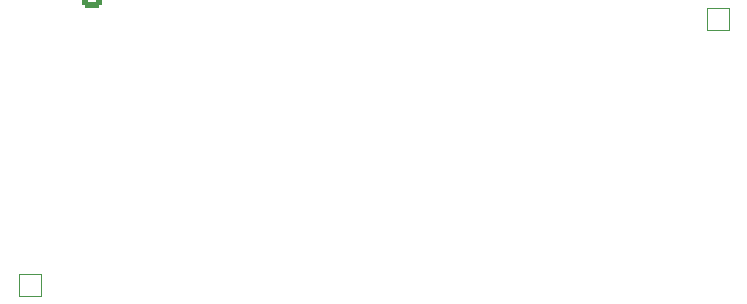
<source format=gbr>
%TF.GenerationSoftware,KiCad,Pcbnew,(6.0.11)*%
%TF.CreationDate,2024-02-29T08:22:58+09:00*%
%TF.ProjectId,Panel,50616e65-6c2e-46b6-9963-61645f706362,rev?*%
%TF.SameCoordinates,Original*%
%TF.FileFunction,Legend,Bot*%
%TF.FilePolarity,Positive*%
%FSLAX46Y46*%
G04 Gerber Fmt 4.6, Leading zero omitted, Abs format (unit mm)*
G04 Created by KiCad (PCBNEW (6.0.11)) date 2024-02-29 08:22:58*
%MOMM*%
%LPD*%
G01*
G04 APERTURE LIST*
G04 Aperture macros list*
%AMRoundRect*
0 Rectangle with rounded corners*
0 $1 Rounding radius*
0 $2 $3 $4 $5 $6 $7 $8 $9 X,Y pos of 4 corners*
0 Add a 4 corners polygon primitive as box body*
4,1,4,$2,$3,$4,$5,$6,$7,$8,$9,$2,$3,0*
0 Add four circle primitives for the rounded corners*
1,1,$1+$1,$2,$3*
1,1,$1+$1,$4,$5*
1,1,$1+$1,$6,$7*
1,1,$1+$1,$8,$9*
0 Add four rect primitives between the rounded corners*
20,1,$1+$1,$2,$3,$4,$5,0*
20,1,$1+$1,$4,$5,$6,$7,0*
20,1,$1+$1,$6,$7,$8,$9,0*
20,1,$1+$1,$8,$9,$2,$3,0*%
%AMRotRect*
0 Rectangle, with rotation*
0 The origin of the aperture is its center*
0 $1 length*
0 $2 width*
0 $3 Rotation angle, in degrees counterclockwise*
0 Add horizontal line*
21,1,$1,$2,0,0,$3*%
G04 Aperture macros list end*
%ADD10C,0.120000*%
%ADD11C,2.000000*%
%ADD12RoundRect,0.381000X-0.381000X0.381000X-0.381000X-0.381000X0.381000X-0.381000X0.381000X0.381000X0*%
%ADD13C,1.524000*%
%ADD14C,3.000000*%
%ADD15R,1.600000X1.600000*%
%ADD16O,1.600000X1.600000*%
%ADD17RoundRect,0.381000X-0.381000X-0.381000X0.381000X-0.381000X0.381000X0.381000X-0.381000X0.381000X0*%
%ADD18RoundRect,0.250000X0.600000X0.675000X-0.600000X0.675000X-0.600000X-0.675000X0.600000X-0.675000X0*%
%ADD19O,1.700000X1.850000*%
%ADD20O,3.500000X3.500000*%
%ADD21R,1.905000X2.000000*%
%ADD22O,1.905000X2.000000*%
%ADD23C,1.400000*%
%ADD24R,3.500000X3.500000*%
%ADD25C,3.500000*%
%ADD26RotRect,1.600000X1.600000X225.000000*%
%ADD27C,1.600000*%
%ADD28RoundRect,0.250000X-0.600000X-0.675000X0.600000X-0.675000X0.600000X0.675000X-0.600000X0.675000X0*%
%ADD29R,1.500000X1.500000*%
G04 APERTURE END LIST*
D10*
%TO.C,H3*%
X94020000Y-81360000D02*
X94020000Y-83260000D01*
X95920000Y-83260000D02*
X95920000Y-81360000D01*
X95920000Y-81360000D02*
X94020000Y-81360000D01*
X94020000Y-83260000D02*
X95920000Y-83260000D01*
%TO.C,H1*%
X154170000Y-58860000D02*
X152270000Y-58860000D01*
X154170000Y-60760000D02*
X154170000Y-58860000D01*
X152270000Y-60760000D02*
X154170000Y-60760000D01*
X152270000Y-58860000D02*
X152270000Y-60760000D01*
%TD*%
%LPC*%
D11*
%TO.C,TP4*%
X103720000Y-61310000D03*
%TD*%
D12*
%TO.C,SW5*%
X99260000Y-96700000D03*
D13*
X96720000Y-96700000D03*
X94180000Y-96700000D03*
%TD*%
D12*
%TO.C,SW2*%
X99260000Y-89200000D03*
D13*
X96720000Y-89200000D03*
X94180000Y-89200000D03*
%TD*%
D14*
%TO.C,H5*%
X163870000Y-65130000D03*
%TD*%
D15*
%TO.C,SW1*%
X82420000Y-87870000D03*
D16*
X82420000Y-90410000D03*
X82420000Y-92950000D03*
X82420000Y-95490000D03*
X82420000Y-98030000D03*
X90040000Y-98030000D03*
X90040000Y-95490000D03*
X90040000Y-92950000D03*
X90040000Y-90410000D03*
X90040000Y-87870000D03*
%TD*%
D17*
%TO.C,SW3*%
X108570000Y-87810000D03*
D13*
X105370000Y-90310000D03*
X108570000Y-92810000D03*
%TD*%
D18*
%TO.C,J4*%
X100220000Y-57959999D03*
D19*
X97720000Y-57959999D03*
X95220000Y-57959999D03*
X92720000Y-57959999D03*
%TD*%
D14*
%TO.C,H6*%
X163800000Y-73180000D03*
%TD*%
D20*
%TO.C,D8*%
X133270000Y-108090000D03*
D21*
X135810000Y-91430000D03*
D22*
X133270000Y-91430000D03*
X130730000Y-91430000D03*
%TD*%
D11*
%TO.C,TP2*%
X153220000Y-70560000D03*
%TD*%
D23*
%TO.C,J1*%
X106970000Y-107635000D03*
X117970000Y-107635000D03*
D24*
X109970000Y-97635000D03*
D25*
X114970000Y-97635000D03*
%TD*%
D11*
%TO.C,TP3*%
X144720000Y-55060000D03*
%TD*%
D26*
%TO.C,C8*%
X149007571Y-99926117D03*
X150613366Y-100583064D03*
D27*
X145634009Y-101036937D03*
X147239804Y-101693884D03*
%TD*%
D23*
%TO.C,J2*%
X106970000Y-59210000D03*
X117970000Y-59210000D03*
D24*
X109970000Y-64210000D03*
D25*
X114970000Y-64210000D03*
%TD*%
D14*
%TO.C,H7*%
X163890000Y-81210000D03*
%TD*%
D28*
%TO.C,J5*%
X92720000Y-103910000D03*
D19*
X95220000Y-103910000D03*
X97720000Y-103910000D03*
X100220000Y-103910000D03*
%TD*%
D11*
%TO.C,TP5*%
X162220000Y-99810000D03*
%TD*%
%TO.C,TP1*%
X125820000Y-87340000D03*
%TD*%
D14*
%TO.C,H8*%
X163840000Y-89170000D03*
%TD*%
D29*
%TO.C,H3*%
X94970000Y-82310000D03*
%TD*%
%TO.C,H1*%
X153220000Y-59810000D03*
%TD*%
M02*

</source>
